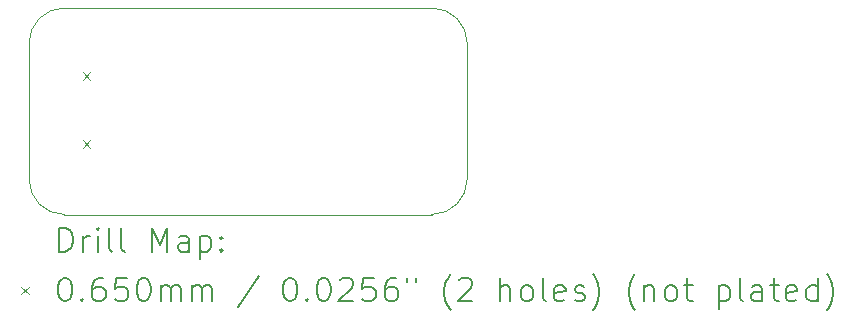
<source format=gbr>
%TF.GenerationSoftware,KiCad,Pcbnew,8.0.4*%
%TF.CreationDate,2024-08-20T10:28:00-07:00*%
%TF.ProjectId,LED flashlight,4c454420-666c-4617-9368-6c696768742e,rev?*%
%TF.SameCoordinates,Original*%
%TF.FileFunction,Drillmap*%
%TF.FilePolarity,Positive*%
%FSLAX45Y45*%
G04 Gerber Fmt 4.5, Leading zero omitted, Abs format (unit mm)*
G04 Created by KiCad (PCBNEW 8.0.4) date 2024-08-20 10:28:00*
%MOMM*%
%LPD*%
G01*
G04 APERTURE LIST*
%ADD10C,0.050000*%
%ADD11C,0.200000*%
%ADD12C,0.100000*%
G04 APERTURE END LIST*
D10*
X12378000Y-9740000D02*
X12378000Y-8591000D01*
X15789000Y-8291000D02*
G75*
G02*
X16089000Y-8591000I0J-300000D01*
G01*
X12678000Y-8291000D02*
X15789000Y-8291000D01*
X12678000Y-10040000D02*
G75*
G02*
X12378000Y-9740000I0J300000D01*
G01*
X12378000Y-8591000D02*
G75*
G02*
X12678000Y-8291000I300000J0D01*
G01*
X16089000Y-9740000D02*
G75*
G02*
X15789000Y-10040000I-300000J0D01*
G01*
X15789000Y-10040000D02*
X12678000Y-10040000D01*
X16089000Y-8591000D02*
X16089000Y-9740000D01*
D11*
D12*
X12834222Y-8832401D02*
X12899222Y-8897401D01*
X12899222Y-8832401D02*
X12834222Y-8897401D01*
X12834222Y-9410401D02*
X12899222Y-9475401D01*
X12899222Y-9410401D02*
X12834222Y-9475401D01*
D11*
X12636277Y-10353984D02*
X12636277Y-10153984D01*
X12636277Y-10153984D02*
X12683896Y-10153984D01*
X12683896Y-10153984D02*
X12712467Y-10163508D01*
X12712467Y-10163508D02*
X12731515Y-10182555D01*
X12731515Y-10182555D02*
X12741039Y-10201603D01*
X12741039Y-10201603D02*
X12750562Y-10239698D01*
X12750562Y-10239698D02*
X12750562Y-10268270D01*
X12750562Y-10268270D02*
X12741039Y-10306365D01*
X12741039Y-10306365D02*
X12731515Y-10325412D01*
X12731515Y-10325412D02*
X12712467Y-10344460D01*
X12712467Y-10344460D02*
X12683896Y-10353984D01*
X12683896Y-10353984D02*
X12636277Y-10353984D01*
X12836277Y-10353984D02*
X12836277Y-10220650D01*
X12836277Y-10258746D02*
X12845801Y-10239698D01*
X12845801Y-10239698D02*
X12855324Y-10230174D01*
X12855324Y-10230174D02*
X12874372Y-10220650D01*
X12874372Y-10220650D02*
X12893420Y-10220650D01*
X12960086Y-10353984D02*
X12960086Y-10220650D01*
X12960086Y-10153984D02*
X12950562Y-10163508D01*
X12950562Y-10163508D02*
X12960086Y-10173031D01*
X12960086Y-10173031D02*
X12969610Y-10163508D01*
X12969610Y-10163508D02*
X12960086Y-10153984D01*
X12960086Y-10153984D02*
X12960086Y-10173031D01*
X13083896Y-10353984D02*
X13064848Y-10344460D01*
X13064848Y-10344460D02*
X13055324Y-10325412D01*
X13055324Y-10325412D02*
X13055324Y-10153984D01*
X13188658Y-10353984D02*
X13169610Y-10344460D01*
X13169610Y-10344460D02*
X13160086Y-10325412D01*
X13160086Y-10325412D02*
X13160086Y-10153984D01*
X13417229Y-10353984D02*
X13417229Y-10153984D01*
X13417229Y-10153984D02*
X13483896Y-10296841D01*
X13483896Y-10296841D02*
X13550562Y-10153984D01*
X13550562Y-10153984D02*
X13550562Y-10353984D01*
X13731515Y-10353984D02*
X13731515Y-10249222D01*
X13731515Y-10249222D02*
X13721991Y-10230174D01*
X13721991Y-10230174D02*
X13702943Y-10220650D01*
X13702943Y-10220650D02*
X13664848Y-10220650D01*
X13664848Y-10220650D02*
X13645801Y-10230174D01*
X13731515Y-10344460D02*
X13712467Y-10353984D01*
X13712467Y-10353984D02*
X13664848Y-10353984D01*
X13664848Y-10353984D02*
X13645801Y-10344460D01*
X13645801Y-10344460D02*
X13636277Y-10325412D01*
X13636277Y-10325412D02*
X13636277Y-10306365D01*
X13636277Y-10306365D02*
X13645801Y-10287317D01*
X13645801Y-10287317D02*
X13664848Y-10277793D01*
X13664848Y-10277793D02*
X13712467Y-10277793D01*
X13712467Y-10277793D02*
X13731515Y-10268270D01*
X13826753Y-10220650D02*
X13826753Y-10420650D01*
X13826753Y-10230174D02*
X13845801Y-10220650D01*
X13845801Y-10220650D02*
X13883896Y-10220650D01*
X13883896Y-10220650D02*
X13902943Y-10230174D01*
X13902943Y-10230174D02*
X13912467Y-10239698D01*
X13912467Y-10239698D02*
X13921991Y-10258746D01*
X13921991Y-10258746D02*
X13921991Y-10315889D01*
X13921991Y-10315889D02*
X13912467Y-10334936D01*
X13912467Y-10334936D02*
X13902943Y-10344460D01*
X13902943Y-10344460D02*
X13883896Y-10353984D01*
X13883896Y-10353984D02*
X13845801Y-10353984D01*
X13845801Y-10353984D02*
X13826753Y-10344460D01*
X14007705Y-10334936D02*
X14017229Y-10344460D01*
X14017229Y-10344460D02*
X14007705Y-10353984D01*
X14007705Y-10353984D02*
X13998182Y-10344460D01*
X13998182Y-10344460D02*
X14007705Y-10334936D01*
X14007705Y-10334936D02*
X14007705Y-10353984D01*
X14007705Y-10230174D02*
X14017229Y-10239698D01*
X14017229Y-10239698D02*
X14007705Y-10249222D01*
X14007705Y-10249222D02*
X13998182Y-10239698D01*
X13998182Y-10239698D02*
X14007705Y-10230174D01*
X14007705Y-10230174D02*
X14007705Y-10249222D01*
D12*
X12310500Y-10650000D02*
X12375500Y-10715000D01*
X12375500Y-10650000D02*
X12310500Y-10715000D01*
D11*
X12674372Y-10573984D02*
X12693420Y-10573984D01*
X12693420Y-10573984D02*
X12712467Y-10583508D01*
X12712467Y-10583508D02*
X12721991Y-10593031D01*
X12721991Y-10593031D02*
X12731515Y-10612079D01*
X12731515Y-10612079D02*
X12741039Y-10650174D01*
X12741039Y-10650174D02*
X12741039Y-10697793D01*
X12741039Y-10697793D02*
X12731515Y-10735889D01*
X12731515Y-10735889D02*
X12721991Y-10754936D01*
X12721991Y-10754936D02*
X12712467Y-10764460D01*
X12712467Y-10764460D02*
X12693420Y-10773984D01*
X12693420Y-10773984D02*
X12674372Y-10773984D01*
X12674372Y-10773984D02*
X12655324Y-10764460D01*
X12655324Y-10764460D02*
X12645801Y-10754936D01*
X12645801Y-10754936D02*
X12636277Y-10735889D01*
X12636277Y-10735889D02*
X12626753Y-10697793D01*
X12626753Y-10697793D02*
X12626753Y-10650174D01*
X12626753Y-10650174D02*
X12636277Y-10612079D01*
X12636277Y-10612079D02*
X12645801Y-10593031D01*
X12645801Y-10593031D02*
X12655324Y-10583508D01*
X12655324Y-10583508D02*
X12674372Y-10573984D01*
X12826753Y-10754936D02*
X12836277Y-10764460D01*
X12836277Y-10764460D02*
X12826753Y-10773984D01*
X12826753Y-10773984D02*
X12817229Y-10764460D01*
X12817229Y-10764460D02*
X12826753Y-10754936D01*
X12826753Y-10754936D02*
X12826753Y-10773984D01*
X13007705Y-10573984D02*
X12969610Y-10573984D01*
X12969610Y-10573984D02*
X12950562Y-10583508D01*
X12950562Y-10583508D02*
X12941039Y-10593031D01*
X12941039Y-10593031D02*
X12921991Y-10621603D01*
X12921991Y-10621603D02*
X12912467Y-10659698D01*
X12912467Y-10659698D02*
X12912467Y-10735889D01*
X12912467Y-10735889D02*
X12921991Y-10754936D01*
X12921991Y-10754936D02*
X12931515Y-10764460D01*
X12931515Y-10764460D02*
X12950562Y-10773984D01*
X12950562Y-10773984D02*
X12988658Y-10773984D01*
X12988658Y-10773984D02*
X13007705Y-10764460D01*
X13007705Y-10764460D02*
X13017229Y-10754936D01*
X13017229Y-10754936D02*
X13026753Y-10735889D01*
X13026753Y-10735889D02*
X13026753Y-10688270D01*
X13026753Y-10688270D02*
X13017229Y-10669222D01*
X13017229Y-10669222D02*
X13007705Y-10659698D01*
X13007705Y-10659698D02*
X12988658Y-10650174D01*
X12988658Y-10650174D02*
X12950562Y-10650174D01*
X12950562Y-10650174D02*
X12931515Y-10659698D01*
X12931515Y-10659698D02*
X12921991Y-10669222D01*
X12921991Y-10669222D02*
X12912467Y-10688270D01*
X13207705Y-10573984D02*
X13112467Y-10573984D01*
X13112467Y-10573984D02*
X13102943Y-10669222D01*
X13102943Y-10669222D02*
X13112467Y-10659698D01*
X13112467Y-10659698D02*
X13131515Y-10650174D01*
X13131515Y-10650174D02*
X13179134Y-10650174D01*
X13179134Y-10650174D02*
X13198182Y-10659698D01*
X13198182Y-10659698D02*
X13207705Y-10669222D01*
X13207705Y-10669222D02*
X13217229Y-10688270D01*
X13217229Y-10688270D02*
X13217229Y-10735889D01*
X13217229Y-10735889D02*
X13207705Y-10754936D01*
X13207705Y-10754936D02*
X13198182Y-10764460D01*
X13198182Y-10764460D02*
X13179134Y-10773984D01*
X13179134Y-10773984D02*
X13131515Y-10773984D01*
X13131515Y-10773984D02*
X13112467Y-10764460D01*
X13112467Y-10764460D02*
X13102943Y-10754936D01*
X13341039Y-10573984D02*
X13360086Y-10573984D01*
X13360086Y-10573984D02*
X13379134Y-10583508D01*
X13379134Y-10583508D02*
X13388658Y-10593031D01*
X13388658Y-10593031D02*
X13398182Y-10612079D01*
X13398182Y-10612079D02*
X13407705Y-10650174D01*
X13407705Y-10650174D02*
X13407705Y-10697793D01*
X13407705Y-10697793D02*
X13398182Y-10735889D01*
X13398182Y-10735889D02*
X13388658Y-10754936D01*
X13388658Y-10754936D02*
X13379134Y-10764460D01*
X13379134Y-10764460D02*
X13360086Y-10773984D01*
X13360086Y-10773984D02*
X13341039Y-10773984D01*
X13341039Y-10773984D02*
X13321991Y-10764460D01*
X13321991Y-10764460D02*
X13312467Y-10754936D01*
X13312467Y-10754936D02*
X13302943Y-10735889D01*
X13302943Y-10735889D02*
X13293420Y-10697793D01*
X13293420Y-10697793D02*
X13293420Y-10650174D01*
X13293420Y-10650174D02*
X13302943Y-10612079D01*
X13302943Y-10612079D02*
X13312467Y-10593031D01*
X13312467Y-10593031D02*
X13321991Y-10583508D01*
X13321991Y-10583508D02*
X13341039Y-10573984D01*
X13493420Y-10773984D02*
X13493420Y-10640650D01*
X13493420Y-10659698D02*
X13502943Y-10650174D01*
X13502943Y-10650174D02*
X13521991Y-10640650D01*
X13521991Y-10640650D02*
X13550563Y-10640650D01*
X13550563Y-10640650D02*
X13569610Y-10650174D01*
X13569610Y-10650174D02*
X13579134Y-10669222D01*
X13579134Y-10669222D02*
X13579134Y-10773984D01*
X13579134Y-10669222D02*
X13588658Y-10650174D01*
X13588658Y-10650174D02*
X13607705Y-10640650D01*
X13607705Y-10640650D02*
X13636277Y-10640650D01*
X13636277Y-10640650D02*
X13655324Y-10650174D01*
X13655324Y-10650174D02*
X13664848Y-10669222D01*
X13664848Y-10669222D02*
X13664848Y-10773984D01*
X13760086Y-10773984D02*
X13760086Y-10640650D01*
X13760086Y-10659698D02*
X13769610Y-10650174D01*
X13769610Y-10650174D02*
X13788658Y-10640650D01*
X13788658Y-10640650D02*
X13817229Y-10640650D01*
X13817229Y-10640650D02*
X13836277Y-10650174D01*
X13836277Y-10650174D02*
X13845801Y-10669222D01*
X13845801Y-10669222D02*
X13845801Y-10773984D01*
X13845801Y-10669222D02*
X13855324Y-10650174D01*
X13855324Y-10650174D02*
X13874372Y-10640650D01*
X13874372Y-10640650D02*
X13902943Y-10640650D01*
X13902943Y-10640650D02*
X13921991Y-10650174D01*
X13921991Y-10650174D02*
X13931515Y-10669222D01*
X13931515Y-10669222D02*
X13931515Y-10773984D01*
X14321991Y-10564460D02*
X14150563Y-10821603D01*
X14579134Y-10573984D02*
X14598182Y-10573984D01*
X14598182Y-10573984D02*
X14617229Y-10583508D01*
X14617229Y-10583508D02*
X14626753Y-10593031D01*
X14626753Y-10593031D02*
X14636277Y-10612079D01*
X14636277Y-10612079D02*
X14645801Y-10650174D01*
X14645801Y-10650174D02*
X14645801Y-10697793D01*
X14645801Y-10697793D02*
X14636277Y-10735889D01*
X14636277Y-10735889D02*
X14626753Y-10754936D01*
X14626753Y-10754936D02*
X14617229Y-10764460D01*
X14617229Y-10764460D02*
X14598182Y-10773984D01*
X14598182Y-10773984D02*
X14579134Y-10773984D01*
X14579134Y-10773984D02*
X14560086Y-10764460D01*
X14560086Y-10764460D02*
X14550563Y-10754936D01*
X14550563Y-10754936D02*
X14541039Y-10735889D01*
X14541039Y-10735889D02*
X14531515Y-10697793D01*
X14531515Y-10697793D02*
X14531515Y-10650174D01*
X14531515Y-10650174D02*
X14541039Y-10612079D01*
X14541039Y-10612079D02*
X14550563Y-10593031D01*
X14550563Y-10593031D02*
X14560086Y-10583508D01*
X14560086Y-10583508D02*
X14579134Y-10573984D01*
X14731515Y-10754936D02*
X14741039Y-10764460D01*
X14741039Y-10764460D02*
X14731515Y-10773984D01*
X14731515Y-10773984D02*
X14721991Y-10764460D01*
X14721991Y-10764460D02*
X14731515Y-10754936D01*
X14731515Y-10754936D02*
X14731515Y-10773984D01*
X14864848Y-10573984D02*
X14883896Y-10573984D01*
X14883896Y-10573984D02*
X14902944Y-10583508D01*
X14902944Y-10583508D02*
X14912467Y-10593031D01*
X14912467Y-10593031D02*
X14921991Y-10612079D01*
X14921991Y-10612079D02*
X14931515Y-10650174D01*
X14931515Y-10650174D02*
X14931515Y-10697793D01*
X14931515Y-10697793D02*
X14921991Y-10735889D01*
X14921991Y-10735889D02*
X14912467Y-10754936D01*
X14912467Y-10754936D02*
X14902944Y-10764460D01*
X14902944Y-10764460D02*
X14883896Y-10773984D01*
X14883896Y-10773984D02*
X14864848Y-10773984D01*
X14864848Y-10773984D02*
X14845801Y-10764460D01*
X14845801Y-10764460D02*
X14836277Y-10754936D01*
X14836277Y-10754936D02*
X14826753Y-10735889D01*
X14826753Y-10735889D02*
X14817229Y-10697793D01*
X14817229Y-10697793D02*
X14817229Y-10650174D01*
X14817229Y-10650174D02*
X14826753Y-10612079D01*
X14826753Y-10612079D02*
X14836277Y-10593031D01*
X14836277Y-10593031D02*
X14845801Y-10583508D01*
X14845801Y-10583508D02*
X14864848Y-10573984D01*
X15007706Y-10593031D02*
X15017229Y-10583508D01*
X15017229Y-10583508D02*
X15036277Y-10573984D01*
X15036277Y-10573984D02*
X15083896Y-10573984D01*
X15083896Y-10573984D02*
X15102944Y-10583508D01*
X15102944Y-10583508D02*
X15112467Y-10593031D01*
X15112467Y-10593031D02*
X15121991Y-10612079D01*
X15121991Y-10612079D02*
X15121991Y-10631127D01*
X15121991Y-10631127D02*
X15112467Y-10659698D01*
X15112467Y-10659698D02*
X14998182Y-10773984D01*
X14998182Y-10773984D02*
X15121991Y-10773984D01*
X15302944Y-10573984D02*
X15207706Y-10573984D01*
X15207706Y-10573984D02*
X15198182Y-10669222D01*
X15198182Y-10669222D02*
X15207706Y-10659698D01*
X15207706Y-10659698D02*
X15226753Y-10650174D01*
X15226753Y-10650174D02*
X15274372Y-10650174D01*
X15274372Y-10650174D02*
X15293420Y-10659698D01*
X15293420Y-10659698D02*
X15302944Y-10669222D01*
X15302944Y-10669222D02*
X15312467Y-10688270D01*
X15312467Y-10688270D02*
X15312467Y-10735889D01*
X15312467Y-10735889D02*
X15302944Y-10754936D01*
X15302944Y-10754936D02*
X15293420Y-10764460D01*
X15293420Y-10764460D02*
X15274372Y-10773984D01*
X15274372Y-10773984D02*
X15226753Y-10773984D01*
X15226753Y-10773984D02*
X15207706Y-10764460D01*
X15207706Y-10764460D02*
X15198182Y-10754936D01*
X15483896Y-10573984D02*
X15445801Y-10573984D01*
X15445801Y-10573984D02*
X15426753Y-10583508D01*
X15426753Y-10583508D02*
X15417229Y-10593031D01*
X15417229Y-10593031D02*
X15398182Y-10621603D01*
X15398182Y-10621603D02*
X15388658Y-10659698D01*
X15388658Y-10659698D02*
X15388658Y-10735889D01*
X15388658Y-10735889D02*
X15398182Y-10754936D01*
X15398182Y-10754936D02*
X15407706Y-10764460D01*
X15407706Y-10764460D02*
X15426753Y-10773984D01*
X15426753Y-10773984D02*
X15464848Y-10773984D01*
X15464848Y-10773984D02*
X15483896Y-10764460D01*
X15483896Y-10764460D02*
X15493420Y-10754936D01*
X15493420Y-10754936D02*
X15502944Y-10735889D01*
X15502944Y-10735889D02*
X15502944Y-10688270D01*
X15502944Y-10688270D02*
X15493420Y-10669222D01*
X15493420Y-10669222D02*
X15483896Y-10659698D01*
X15483896Y-10659698D02*
X15464848Y-10650174D01*
X15464848Y-10650174D02*
X15426753Y-10650174D01*
X15426753Y-10650174D02*
X15407706Y-10659698D01*
X15407706Y-10659698D02*
X15398182Y-10669222D01*
X15398182Y-10669222D02*
X15388658Y-10688270D01*
X15579134Y-10573984D02*
X15579134Y-10612079D01*
X15655325Y-10573984D02*
X15655325Y-10612079D01*
X15950563Y-10850174D02*
X15941039Y-10840650D01*
X15941039Y-10840650D02*
X15921991Y-10812079D01*
X15921991Y-10812079D02*
X15912468Y-10793031D01*
X15912468Y-10793031D02*
X15902944Y-10764460D01*
X15902944Y-10764460D02*
X15893420Y-10716841D01*
X15893420Y-10716841D02*
X15893420Y-10678746D01*
X15893420Y-10678746D02*
X15902944Y-10631127D01*
X15902944Y-10631127D02*
X15912468Y-10602555D01*
X15912468Y-10602555D02*
X15921991Y-10583508D01*
X15921991Y-10583508D02*
X15941039Y-10554936D01*
X15941039Y-10554936D02*
X15950563Y-10545412D01*
X16017229Y-10593031D02*
X16026753Y-10583508D01*
X16026753Y-10583508D02*
X16045801Y-10573984D01*
X16045801Y-10573984D02*
X16093420Y-10573984D01*
X16093420Y-10573984D02*
X16112468Y-10583508D01*
X16112468Y-10583508D02*
X16121991Y-10593031D01*
X16121991Y-10593031D02*
X16131515Y-10612079D01*
X16131515Y-10612079D02*
X16131515Y-10631127D01*
X16131515Y-10631127D02*
X16121991Y-10659698D01*
X16121991Y-10659698D02*
X16007706Y-10773984D01*
X16007706Y-10773984D02*
X16131515Y-10773984D01*
X16369610Y-10773984D02*
X16369610Y-10573984D01*
X16455325Y-10773984D02*
X16455325Y-10669222D01*
X16455325Y-10669222D02*
X16445801Y-10650174D01*
X16445801Y-10650174D02*
X16426753Y-10640650D01*
X16426753Y-10640650D02*
X16398182Y-10640650D01*
X16398182Y-10640650D02*
X16379134Y-10650174D01*
X16379134Y-10650174D02*
X16369610Y-10659698D01*
X16579134Y-10773984D02*
X16560087Y-10764460D01*
X16560087Y-10764460D02*
X16550563Y-10754936D01*
X16550563Y-10754936D02*
X16541039Y-10735889D01*
X16541039Y-10735889D02*
X16541039Y-10678746D01*
X16541039Y-10678746D02*
X16550563Y-10659698D01*
X16550563Y-10659698D02*
X16560087Y-10650174D01*
X16560087Y-10650174D02*
X16579134Y-10640650D01*
X16579134Y-10640650D02*
X16607706Y-10640650D01*
X16607706Y-10640650D02*
X16626753Y-10650174D01*
X16626753Y-10650174D02*
X16636277Y-10659698D01*
X16636277Y-10659698D02*
X16645801Y-10678746D01*
X16645801Y-10678746D02*
X16645801Y-10735889D01*
X16645801Y-10735889D02*
X16636277Y-10754936D01*
X16636277Y-10754936D02*
X16626753Y-10764460D01*
X16626753Y-10764460D02*
X16607706Y-10773984D01*
X16607706Y-10773984D02*
X16579134Y-10773984D01*
X16760087Y-10773984D02*
X16741039Y-10764460D01*
X16741039Y-10764460D02*
X16731515Y-10745412D01*
X16731515Y-10745412D02*
X16731515Y-10573984D01*
X16912468Y-10764460D02*
X16893420Y-10773984D01*
X16893420Y-10773984D02*
X16855325Y-10773984D01*
X16855325Y-10773984D02*
X16836277Y-10764460D01*
X16836277Y-10764460D02*
X16826753Y-10745412D01*
X16826753Y-10745412D02*
X16826753Y-10669222D01*
X16826753Y-10669222D02*
X16836277Y-10650174D01*
X16836277Y-10650174D02*
X16855325Y-10640650D01*
X16855325Y-10640650D02*
X16893420Y-10640650D01*
X16893420Y-10640650D02*
X16912468Y-10650174D01*
X16912468Y-10650174D02*
X16921992Y-10669222D01*
X16921992Y-10669222D02*
X16921992Y-10688270D01*
X16921992Y-10688270D02*
X16826753Y-10707317D01*
X16998182Y-10764460D02*
X17017230Y-10773984D01*
X17017230Y-10773984D02*
X17055325Y-10773984D01*
X17055325Y-10773984D02*
X17074373Y-10764460D01*
X17074373Y-10764460D02*
X17083896Y-10745412D01*
X17083896Y-10745412D02*
X17083896Y-10735889D01*
X17083896Y-10735889D02*
X17074373Y-10716841D01*
X17074373Y-10716841D02*
X17055325Y-10707317D01*
X17055325Y-10707317D02*
X17026753Y-10707317D01*
X17026753Y-10707317D02*
X17007706Y-10697793D01*
X17007706Y-10697793D02*
X16998182Y-10678746D01*
X16998182Y-10678746D02*
X16998182Y-10669222D01*
X16998182Y-10669222D02*
X17007706Y-10650174D01*
X17007706Y-10650174D02*
X17026753Y-10640650D01*
X17026753Y-10640650D02*
X17055325Y-10640650D01*
X17055325Y-10640650D02*
X17074373Y-10650174D01*
X17150563Y-10850174D02*
X17160087Y-10840650D01*
X17160087Y-10840650D02*
X17179134Y-10812079D01*
X17179134Y-10812079D02*
X17188658Y-10793031D01*
X17188658Y-10793031D02*
X17198182Y-10764460D01*
X17198182Y-10764460D02*
X17207706Y-10716841D01*
X17207706Y-10716841D02*
X17207706Y-10678746D01*
X17207706Y-10678746D02*
X17198182Y-10631127D01*
X17198182Y-10631127D02*
X17188658Y-10602555D01*
X17188658Y-10602555D02*
X17179134Y-10583508D01*
X17179134Y-10583508D02*
X17160087Y-10554936D01*
X17160087Y-10554936D02*
X17150563Y-10545412D01*
X17512468Y-10850174D02*
X17502944Y-10840650D01*
X17502944Y-10840650D02*
X17483896Y-10812079D01*
X17483896Y-10812079D02*
X17474373Y-10793031D01*
X17474373Y-10793031D02*
X17464849Y-10764460D01*
X17464849Y-10764460D02*
X17455325Y-10716841D01*
X17455325Y-10716841D02*
X17455325Y-10678746D01*
X17455325Y-10678746D02*
X17464849Y-10631127D01*
X17464849Y-10631127D02*
X17474373Y-10602555D01*
X17474373Y-10602555D02*
X17483896Y-10583508D01*
X17483896Y-10583508D02*
X17502944Y-10554936D01*
X17502944Y-10554936D02*
X17512468Y-10545412D01*
X17588658Y-10640650D02*
X17588658Y-10773984D01*
X17588658Y-10659698D02*
X17598182Y-10650174D01*
X17598182Y-10650174D02*
X17617230Y-10640650D01*
X17617230Y-10640650D02*
X17645801Y-10640650D01*
X17645801Y-10640650D02*
X17664849Y-10650174D01*
X17664849Y-10650174D02*
X17674373Y-10669222D01*
X17674373Y-10669222D02*
X17674373Y-10773984D01*
X17798182Y-10773984D02*
X17779134Y-10764460D01*
X17779134Y-10764460D02*
X17769611Y-10754936D01*
X17769611Y-10754936D02*
X17760087Y-10735889D01*
X17760087Y-10735889D02*
X17760087Y-10678746D01*
X17760087Y-10678746D02*
X17769611Y-10659698D01*
X17769611Y-10659698D02*
X17779134Y-10650174D01*
X17779134Y-10650174D02*
X17798182Y-10640650D01*
X17798182Y-10640650D02*
X17826754Y-10640650D01*
X17826754Y-10640650D02*
X17845801Y-10650174D01*
X17845801Y-10650174D02*
X17855325Y-10659698D01*
X17855325Y-10659698D02*
X17864849Y-10678746D01*
X17864849Y-10678746D02*
X17864849Y-10735889D01*
X17864849Y-10735889D02*
X17855325Y-10754936D01*
X17855325Y-10754936D02*
X17845801Y-10764460D01*
X17845801Y-10764460D02*
X17826754Y-10773984D01*
X17826754Y-10773984D02*
X17798182Y-10773984D01*
X17921992Y-10640650D02*
X17998182Y-10640650D01*
X17950563Y-10573984D02*
X17950563Y-10745412D01*
X17950563Y-10745412D02*
X17960087Y-10764460D01*
X17960087Y-10764460D02*
X17979134Y-10773984D01*
X17979134Y-10773984D02*
X17998182Y-10773984D01*
X18217230Y-10640650D02*
X18217230Y-10840650D01*
X18217230Y-10650174D02*
X18236277Y-10640650D01*
X18236277Y-10640650D02*
X18274373Y-10640650D01*
X18274373Y-10640650D02*
X18293420Y-10650174D01*
X18293420Y-10650174D02*
X18302944Y-10659698D01*
X18302944Y-10659698D02*
X18312468Y-10678746D01*
X18312468Y-10678746D02*
X18312468Y-10735889D01*
X18312468Y-10735889D02*
X18302944Y-10754936D01*
X18302944Y-10754936D02*
X18293420Y-10764460D01*
X18293420Y-10764460D02*
X18274373Y-10773984D01*
X18274373Y-10773984D02*
X18236277Y-10773984D01*
X18236277Y-10773984D02*
X18217230Y-10764460D01*
X18426754Y-10773984D02*
X18407706Y-10764460D01*
X18407706Y-10764460D02*
X18398182Y-10745412D01*
X18398182Y-10745412D02*
X18398182Y-10573984D01*
X18588658Y-10773984D02*
X18588658Y-10669222D01*
X18588658Y-10669222D02*
X18579135Y-10650174D01*
X18579135Y-10650174D02*
X18560087Y-10640650D01*
X18560087Y-10640650D02*
X18521992Y-10640650D01*
X18521992Y-10640650D02*
X18502944Y-10650174D01*
X18588658Y-10764460D02*
X18569611Y-10773984D01*
X18569611Y-10773984D02*
X18521992Y-10773984D01*
X18521992Y-10773984D02*
X18502944Y-10764460D01*
X18502944Y-10764460D02*
X18493420Y-10745412D01*
X18493420Y-10745412D02*
X18493420Y-10726365D01*
X18493420Y-10726365D02*
X18502944Y-10707317D01*
X18502944Y-10707317D02*
X18521992Y-10697793D01*
X18521992Y-10697793D02*
X18569611Y-10697793D01*
X18569611Y-10697793D02*
X18588658Y-10688270D01*
X18655325Y-10640650D02*
X18731515Y-10640650D01*
X18683896Y-10573984D02*
X18683896Y-10745412D01*
X18683896Y-10745412D02*
X18693420Y-10764460D01*
X18693420Y-10764460D02*
X18712468Y-10773984D01*
X18712468Y-10773984D02*
X18731515Y-10773984D01*
X18874373Y-10764460D02*
X18855325Y-10773984D01*
X18855325Y-10773984D02*
X18817230Y-10773984D01*
X18817230Y-10773984D02*
X18798182Y-10764460D01*
X18798182Y-10764460D02*
X18788658Y-10745412D01*
X18788658Y-10745412D02*
X18788658Y-10669222D01*
X18788658Y-10669222D02*
X18798182Y-10650174D01*
X18798182Y-10650174D02*
X18817230Y-10640650D01*
X18817230Y-10640650D02*
X18855325Y-10640650D01*
X18855325Y-10640650D02*
X18874373Y-10650174D01*
X18874373Y-10650174D02*
X18883896Y-10669222D01*
X18883896Y-10669222D02*
X18883896Y-10688270D01*
X18883896Y-10688270D02*
X18788658Y-10707317D01*
X19055325Y-10773984D02*
X19055325Y-10573984D01*
X19055325Y-10764460D02*
X19036277Y-10773984D01*
X19036277Y-10773984D02*
X18998182Y-10773984D01*
X18998182Y-10773984D02*
X18979135Y-10764460D01*
X18979135Y-10764460D02*
X18969611Y-10754936D01*
X18969611Y-10754936D02*
X18960087Y-10735889D01*
X18960087Y-10735889D02*
X18960087Y-10678746D01*
X18960087Y-10678746D02*
X18969611Y-10659698D01*
X18969611Y-10659698D02*
X18979135Y-10650174D01*
X18979135Y-10650174D02*
X18998182Y-10640650D01*
X18998182Y-10640650D02*
X19036277Y-10640650D01*
X19036277Y-10640650D02*
X19055325Y-10650174D01*
X19131516Y-10850174D02*
X19141039Y-10840650D01*
X19141039Y-10840650D02*
X19160087Y-10812079D01*
X19160087Y-10812079D02*
X19169611Y-10793031D01*
X19169611Y-10793031D02*
X19179135Y-10764460D01*
X19179135Y-10764460D02*
X19188658Y-10716841D01*
X19188658Y-10716841D02*
X19188658Y-10678746D01*
X19188658Y-10678746D02*
X19179135Y-10631127D01*
X19179135Y-10631127D02*
X19169611Y-10602555D01*
X19169611Y-10602555D02*
X19160087Y-10583508D01*
X19160087Y-10583508D02*
X19141039Y-10554936D01*
X19141039Y-10554936D02*
X19131516Y-10545412D01*
M02*

</source>
